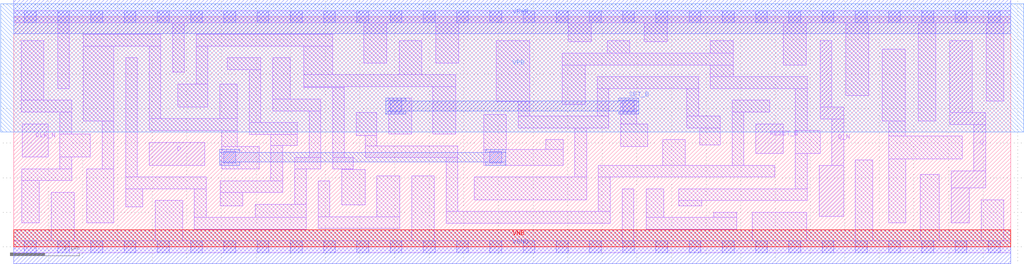
<source format=lef>
# Copyright 2020 The SkyWater PDK Authors
#
# Licensed under the Apache License, Version 2.0 (the "License");
# you may not use this file except in compliance with the License.
# You may obtain a copy of the License at
#
#     https://www.apache.org/licenses/LICENSE-2.0
#
# Unless required by applicable law or agreed to in writing, software
# distributed under the License is distributed on an "AS IS" BASIS,
# WITHOUT WARRANTIES OR CONDITIONS OF ANY KIND, either express or implied.
# See the License for the specific language governing permissions and
# limitations under the License.
#
# SPDX-License-Identifier: Apache-2.0

VERSION 5.7 ;
  NOWIREEXTENSIONATPIN ON ;
  DIVIDERCHAR "/" ;
  BUSBITCHARS "[]" ;
MACRO sky130_fd_sc_ls__dfbbn_2
  CLASS CORE ;
  FOREIGN sky130_fd_sc_ls__dfbbn_2 ;
  ORIGIN  0.000000  0.000000 ;
  SIZE  14.40000 BY  3.330000 ;
  SYMMETRY X Y ;
  SITE unit ;
  PIN D
    ANTENNAGATEAREA  0.126000 ;
    DIRECTION INPUT ;
    USE SIGNAL ;
    PORT
      LAYER li1 ;
        RECT 1.955000 1.180000 2.755000 1.510000 ;
    END
  END D
  PIN Q
    ANTENNADIFFAREA  0.543200 ;
    DIRECTION OUTPUT ;
    USE SIGNAL ;
    PORT
      LAYER li1 ;
        RECT 13.515000 1.770000 14.035000 1.940000 ;
        RECT 13.515000 1.940000 13.845000 2.980000 ;
        RECT 13.540000 0.350000 13.800000 0.850000 ;
        RECT 13.540000 0.850000 14.035000 1.100000 ;
        RECT 13.865000 1.100000 14.035000 1.770000 ;
    END
  END Q
  PIN Q_N
    ANTENNADIFFAREA  0.543200 ;
    DIRECTION OUTPUT ;
    USE SIGNAL ;
    PORT
      LAYER li1 ;
        RECT 11.630000 0.440000 11.985000 1.180000 ;
        RECT 11.645000 1.850000 11.985000 2.020000 ;
        RECT 11.645000 2.020000 11.815000 2.980000 ;
        RECT 11.815000 1.180000 11.985000 1.850000 ;
    END
  END Q_N
  PIN RESET_B
    ANTENNAGATEAREA  0.159000 ;
    DIRECTION INPUT ;
    USE SIGNAL ;
    PORT
      LAYER li1 ;
        RECT 10.715000 1.350000 11.115000 1.780000 ;
    END
  END RESET_B
  PIN SET_B
    ANTENNAGATEAREA  0.469500 ;
    DIRECTION INPUT ;
    USE SIGNAL ;
    PORT
      LAYER met1 ;
        RECT 5.375000 1.920000 5.665000 1.965000 ;
        RECT 5.375000 1.965000 9.025000 2.105000 ;
        RECT 5.375000 2.105000 5.665000 2.150000 ;
        RECT 8.735000 1.920000 9.025000 1.965000 ;
        RECT 8.735000 2.105000 9.025000 2.150000 ;
    END
  END SET_B
  PIN VNB
    PORT
      LAYER pwell ;
        RECT 0.000000 0.000000 14.400000 0.245000 ;
    END
  END VNB
  PIN VPB
    PORT
      LAYER nwell ;
        RECT -0.190000 1.660000 14.590000 3.520000 ;
    END
  END VPB
  PIN CLK_N
    ANTENNAGATEAREA  0.279000 ;
    DIRECTION INPUT ;
    USE CLOCK ;
    PORT
      LAYER li1 ;
        RECT 0.125000 1.300000 0.495000 1.780000 ;
    END
  END CLK_N
  PIN VGND
    DIRECTION INOUT ;
    SHAPE ABUTMENT ;
    USE GROUND ;
    PORT
      LAYER met1 ;
        RECT 0.000000 -0.245000 14.400000 0.245000 ;
    END
  END VGND
  PIN VPWR
    DIRECTION INOUT ;
    SHAPE ABUTMENT ;
    USE POWER ;
    PORT
      LAYER met1 ;
        RECT 0.000000 3.085000 14.400000 3.575000 ;
    END
  END VPWR
  OBS
    LAYER li1 ;
      RECT  0.000000 -0.085000 14.400000 0.085000 ;
      RECT  0.000000  3.245000 14.400000 3.415000 ;
      RECT  0.105000  1.950000  0.835000 2.120000 ;
      RECT  0.105000  2.120000  0.435000 2.980000 ;
      RECT  0.115000  0.350000  0.365000 0.960000 ;
      RECT  0.115000  0.960000  0.835000 1.130000 ;
      RECT  0.545000  0.085000  0.875000 0.790000 ;
      RECT  0.635000  2.290000  0.805000 3.245000 ;
      RECT  0.665000  1.130000  0.835000 1.300000 ;
      RECT  0.665000  1.300000  1.105000 1.630000 ;
      RECT  0.665000  1.630000  0.835000 1.950000 ;
      RECT  1.005000  1.820000  1.445000 2.905000 ;
      RECT  1.005000  2.905000  2.125000 3.075000 ;
      RECT  1.055000  0.350000  1.445000 1.130000 ;
      RECT  1.275000  1.130000  1.445000 1.820000 ;
      RECT  1.615000  0.575000  1.865000 0.840000 ;
      RECT  1.615000  0.840000  2.780000 1.010000 ;
      RECT  1.615000  1.010000  1.785000 2.735000 ;
      RECT  1.955000  1.685000  3.230000 1.855000 ;
      RECT  1.955000  1.855000  2.125000 2.905000 ;
      RECT  2.045000  0.085000  2.440000 0.670000 ;
      RECT  2.295000  2.525000  2.465000 3.245000 ;
      RECT  2.365000  2.025000  2.805000 2.355000 ;
      RECT  2.610000  0.255000  4.225000 0.425000 ;
      RECT  2.610000  0.425000  2.780000 0.840000 ;
      RECT  2.635000  2.355000  2.805000 2.905000 ;
      RECT  2.635000  2.905000  4.605000 3.075000 ;
      RECT  2.975000  1.855000  3.230000 2.355000 ;
      RECT  2.980000  0.595000  3.310000 0.785000 ;
      RECT  2.980000  0.785000  3.885000 0.955000 ;
      RECT  3.005000  1.125000  3.545000 1.455000 ;
      RECT  3.005000  1.455000  3.230000 1.685000 ;
      RECT  3.085000  2.565000  3.570000 2.735000 ;
      RECT  3.400000  1.625000  4.095000 1.795000 ;
      RECT  3.400000  1.795000  3.570000 2.565000 ;
      RECT  3.490000  0.425000  4.225000 0.615000 ;
      RECT  3.715000  0.955000  3.885000 1.465000 ;
      RECT  3.715000  1.465000  4.095000 1.625000 ;
      RECT  3.740000  1.965000  4.435000 2.135000 ;
      RECT  3.740000  2.135000  3.990000 2.735000 ;
      RECT  4.055000  0.615000  4.225000 1.125000 ;
      RECT  4.055000  1.125000  4.435000 1.295000 ;
      RECT  4.185000  2.305000  4.775000 2.320000 ;
      RECT  4.185000  2.320000  6.380000 2.490000 ;
      RECT  4.185000  2.490000  4.605000 2.905000 ;
      RECT  4.265000  1.295000  4.435000 1.965000 ;
      RECT  4.395000  0.265000  5.575000 0.435000 ;
      RECT  4.395000  0.435000  4.565000 0.955000 ;
      RECT  4.605000  1.125000  4.905000 1.295000 ;
      RECT  4.605000  1.295000  4.775000 2.305000 ;
      RECT  4.735000  0.605000  5.075000 1.120000 ;
      RECT  4.735000  1.120000  4.905000 1.125000 ;
      RECT  4.945000  1.610000  5.245000 1.940000 ;
      RECT  5.055000  2.660000  5.385000 3.245000 ;
      RECT  5.075000  1.290000  6.415000 1.460000 ;
      RECT  5.075000  1.460000  5.245000 1.610000 ;
      RECT  5.245000  0.435000  5.575000 1.025000 ;
      RECT  5.415000  1.630000  5.745000 2.150000 ;
      RECT  5.565000  2.490000  5.895000 2.980000 ;
      RECT  5.745000  0.085000  6.075000 1.025000 ;
      RECT  6.050000  1.630000  6.380000 2.320000 ;
      RECT  6.095000  2.660000  6.425000 3.245000 ;
      RECT  6.245000  0.340000  8.615000 0.510000 ;
      RECT  6.245000  0.510000  6.415000 1.290000 ;
      RECT  6.650000  0.680000  8.275000 1.010000 ;
      RECT  6.785000  1.180000  7.935000 1.410000 ;
      RECT  6.785000  1.410000  7.115000 1.910000 ;
      RECT  6.965000  2.100000  7.455000 2.980000 ;
      RECT  7.285000  1.720000  8.595000 1.890000 ;
      RECT  7.285000  1.890000  7.455000 2.100000 ;
      RECT  7.685000  1.410000  7.935000 1.550000 ;
      RECT  7.925000  2.060000  8.255000 2.630000 ;
      RECT  7.925000  2.630000 10.390000 2.800000 ;
      RECT  8.010000  2.970000  8.340000 3.245000 ;
      RECT  8.105000  1.010000  8.275000 1.720000 ;
      RECT  8.425000  1.890000  8.595000 2.290000 ;
      RECT  8.425000  2.290000  9.890000 2.460000 ;
      RECT  8.445000  0.510000  8.615000 1.010000 ;
      RECT  8.445000  1.010000 10.990000 1.180000 ;
      RECT  8.570000  2.800000  8.900000 2.980000 ;
      RECT  8.765000  1.450000  9.160000 1.780000 ;
      RECT  8.765000  1.780000  8.995000 2.120000 ;
      RECT  8.785000  0.085000  8.955000 0.840000 ;
      RECT  9.105000  2.970000  9.435000 3.245000 ;
      RECT  9.135000  0.255000 10.440000 0.425000 ;
      RECT  9.135000  0.425000  9.385000 0.840000 ;
      RECT  9.370000  1.180000  9.700000 1.550000 ;
      RECT  9.605000  0.595000  9.935000 0.670000 ;
      RECT  9.605000  0.670000 11.460000 0.840000 ;
      RECT  9.720000  1.720000 10.205000 1.890000 ;
      RECT  9.720000  1.890000  9.890000 2.290000 ;
      RECT  9.910000  1.470000 10.205000 1.720000 ;
      RECT 10.060000  2.290000 11.460000 2.460000 ;
      RECT 10.060000  2.460000 10.390000 2.630000 ;
      RECT 10.060000  2.800000 10.390000 2.980000 ;
      RECT 10.110000  0.425000 10.440000 0.500000 ;
      RECT 10.375000  1.180000 10.545000 1.950000 ;
      RECT 10.375000  1.950000 10.920000 2.120000 ;
      RECT 10.665000  0.085000 11.450000 0.500000 ;
      RECT 11.115000  2.630000 11.445000 3.245000 ;
      RECT 11.290000  0.840000 11.460000 1.350000 ;
      RECT 11.290000  1.350000 11.645000 1.680000 ;
      RECT 11.290000  1.680000 11.460000 2.290000 ;
      RECT 12.015000  2.190000 12.345000 3.245000 ;
      RECT 12.155000  0.085000 12.405000 1.260000 ;
      RECT 12.545000  1.820000 12.875000 2.860000 ;
      RECT 12.635000  0.350000 12.885000 1.270000 ;
      RECT 12.635000  1.270000 13.695000 1.600000 ;
      RECT 12.635000  1.600000 12.875000 1.820000 ;
      RECT 13.065000  1.820000 13.315000 3.245000 ;
      RECT 13.095000  0.085000 13.370000 1.050000 ;
      RECT 13.970000  0.085000 14.300000 0.680000 ;
      RECT 14.045000  2.110000 14.295000 3.245000 ;
    LAYER mcon ;
      RECT  0.155000 -0.085000  0.325000 0.085000 ;
      RECT  0.155000  3.245000  0.325000 3.415000 ;
      RECT  0.635000 -0.085000  0.805000 0.085000 ;
      RECT  0.635000  3.245000  0.805000 3.415000 ;
      RECT  1.115000 -0.085000  1.285000 0.085000 ;
      RECT  1.115000  3.245000  1.285000 3.415000 ;
      RECT  1.595000 -0.085000  1.765000 0.085000 ;
      RECT  1.595000  3.245000  1.765000 3.415000 ;
      RECT  2.075000 -0.085000  2.245000 0.085000 ;
      RECT  2.075000  3.245000  2.245000 3.415000 ;
      RECT  2.555000 -0.085000  2.725000 0.085000 ;
      RECT  2.555000  3.245000  2.725000 3.415000 ;
      RECT  3.035000 -0.085000  3.205000 0.085000 ;
      RECT  3.035000  1.210000  3.205000 1.380000 ;
      RECT  3.035000  3.245000  3.205000 3.415000 ;
      RECT  3.515000 -0.085000  3.685000 0.085000 ;
      RECT  3.515000  3.245000  3.685000 3.415000 ;
      RECT  3.995000 -0.085000  4.165000 0.085000 ;
      RECT  3.995000  3.245000  4.165000 3.415000 ;
      RECT  4.475000 -0.085000  4.645000 0.085000 ;
      RECT  4.475000  3.245000  4.645000 3.415000 ;
      RECT  4.955000 -0.085000  5.125000 0.085000 ;
      RECT  4.955000  3.245000  5.125000 3.415000 ;
      RECT  5.435000 -0.085000  5.605000 0.085000 ;
      RECT  5.435000  1.950000  5.605000 2.120000 ;
      RECT  5.435000  3.245000  5.605000 3.415000 ;
      RECT  5.915000 -0.085000  6.085000 0.085000 ;
      RECT  5.915000  3.245000  6.085000 3.415000 ;
      RECT  6.395000 -0.085000  6.565000 0.085000 ;
      RECT  6.395000  3.245000  6.565000 3.415000 ;
      RECT  6.875000 -0.085000  7.045000 0.085000 ;
      RECT  6.875000  1.210000  7.045000 1.380000 ;
      RECT  6.875000  3.245000  7.045000 3.415000 ;
      RECT  7.355000 -0.085000  7.525000 0.085000 ;
      RECT  7.355000  3.245000  7.525000 3.415000 ;
      RECT  7.835000 -0.085000  8.005000 0.085000 ;
      RECT  7.835000  3.245000  8.005000 3.415000 ;
      RECT  8.315000 -0.085000  8.485000 0.085000 ;
      RECT  8.315000  3.245000  8.485000 3.415000 ;
      RECT  8.795000 -0.085000  8.965000 0.085000 ;
      RECT  8.795000  1.950000  8.965000 2.120000 ;
      RECT  8.795000  3.245000  8.965000 3.415000 ;
      RECT  9.275000 -0.085000  9.445000 0.085000 ;
      RECT  9.275000  3.245000  9.445000 3.415000 ;
      RECT  9.755000 -0.085000  9.925000 0.085000 ;
      RECT  9.755000  3.245000  9.925000 3.415000 ;
      RECT 10.235000 -0.085000 10.405000 0.085000 ;
      RECT 10.235000  3.245000 10.405000 3.415000 ;
      RECT 10.715000 -0.085000 10.885000 0.085000 ;
      RECT 10.715000  3.245000 10.885000 3.415000 ;
      RECT 11.195000 -0.085000 11.365000 0.085000 ;
      RECT 11.195000  3.245000 11.365000 3.415000 ;
      RECT 11.675000 -0.085000 11.845000 0.085000 ;
      RECT 11.675000  3.245000 11.845000 3.415000 ;
      RECT 12.155000 -0.085000 12.325000 0.085000 ;
      RECT 12.155000  3.245000 12.325000 3.415000 ;
      RECT 12.635000 -0.085000 12.805000 0.085000 ;
      RECT 12.635000  3.245000 12.805000 3.415000 ;
      RECT 13.115000 -0.085000 13.285000 0.085000 ;
      RECT 13.115000  3.245000 13.285000 3.415000 ;
      RECT 13.595000 -0.085000 13.765000 0.085000 ;
      RECT 13.595000  3.245000 13.765000 3.415000 ;
      RECT 14.075000 -0.085000 14.245000 0.085000 ;
      RECT 14.075000  3.245000 14.245000 3.415000 ;
    LAYER met1 ;
      RECT 2.975000 1.180000 3.265000 1.225000 ;
      RECT 2.975000 1.225000 7.105000 1.365000 ;
      RECT 2.975000 1.365000 3.265000 1.410000 ;
      RECT 6.815000 1.180000 7.105000 1.225000 ;
      RECT 6.815000 1.365000 7.105000 1.410000 ;
  END
END sky130_fd_sc_ls__dfbbn_2
END LIBRARY

</source>
